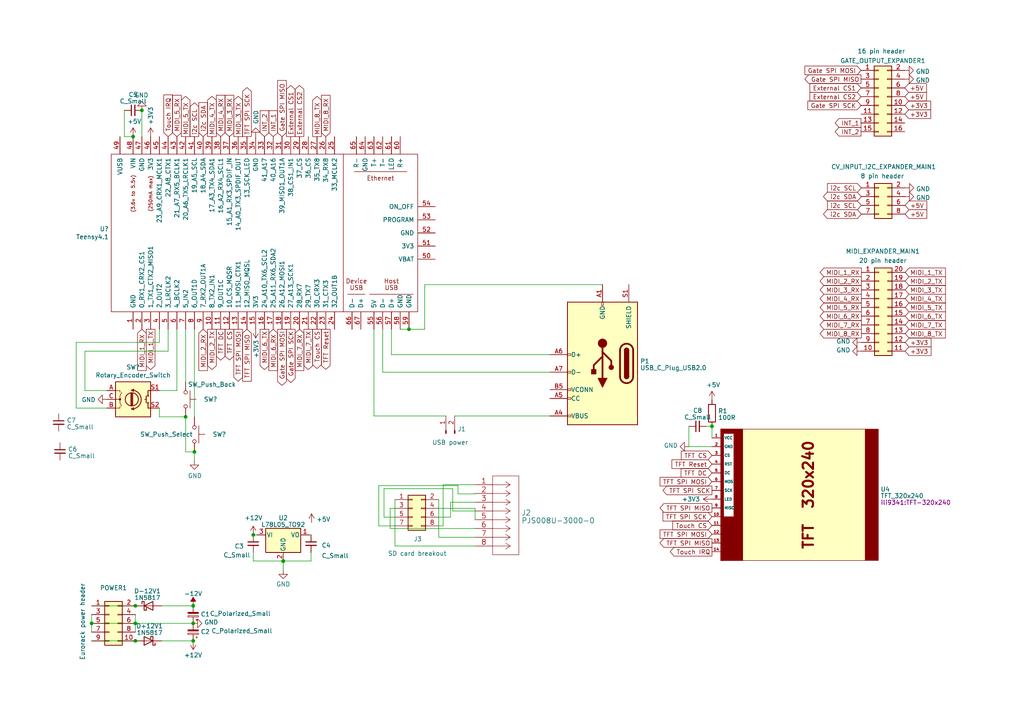
<source format=kicad_sch>
(kicad_sch (version 20230121) (generator eeschema)
  (paper "A4")
  (lib_symbols
    (symbol "2023-04-07_14-22-102:PJS008U-3000-0" (pin_names (offset 0.254) hide)
      (property "Reference" "J" (at 8.89 6.35 0))
      (property "Value" "PJS008U-3000-0" (at 10.16 -10.16 0))
      (symbol "PJS008U-3000-0_1_1"
        (pin bidirectional line (at 0 0 0) (length 5.08) (name "DAT2") (number "1"))
        (pin unspecified line (at 0 -2.54 0) (length 5.08) (name "CD/DAT3") (number "2"))
        (pin unspecified line (at 0 -5.08 0) (length 5.08) (name "CMD") (number "3"))
        (pin power_in line (at 0 -7.62 0) (length 5.08) (name "VDD") (number "4"))
        (pin unspecified line (at 0 -10.16 0) (length 5.08) (name "CLK") (number "5"))
        (pin power_in line (at 0 -12.7 0) (length 5.08) (name "VSS") (number "6"))
        (pin bidirectional line (at 0 -15.24 0) (length 5.08) (name "DAT0") (number "7"))
        (pin bidirectional line (at 0 -17.78 0) (length 5.08) (name "DAT1") (number "8"))
      )
    )
    (symbol "Connector:Conn_01x02_Pin" (pin_names (offset 1.016) hide)
      (property "Reference" "J" (at 0 2.54 0))
      (property "Value" "Conn_01x02_Pin" (at 0 -5.08 0))
      (symbol "Conn_01x02_Pin_1_1"
        (pin passive line (at 5.08 0 180) (length 3.81) (name "Pin_1") (number "1"))
        (pin passive line (at 5.08 -2.54 180) (length 3.81) (name "Pin_2") (number "2"))
      )
    )
    (symbol "Connector:USB_C_Plug_USB2.0" (pin_names (offset 1.016))
      (property "Reference" "P" (at -10.16 19.05 0))
      (property "Value" "USB_C_Plug_USB2.0" (at 12.7 19.05 0))
      (symbol "USB_C_Plug_USB2.0_1_1"
        (pin passive line (at 0 -22.86 90) (length 5.08) (name "GND") (number "A1"))
        (pin passive line (at 0 -22.86 90) (length 5.08) hide (name "GND") (number "A12"))
        (pin passive line (at 15.24 15.24 180) (length 5.08) (name "VBUS") (number "A4"))
        (pin bidirectional line (at 15.24 10.16 180) (length 5.08) (name "CC") (number "A5"))
        (pin bidirectional line (at 15.24 -2.54 180) (length 5.08) (name "D+") (number "A6"))
        (pin bidirectional line (at 15.24 2.54 180) (length 5.08) (name "D-") (number "A7"))
        (pin passive line (at 15.24 15.24 180) (length 5.08) hide (name "VBUS") (number "A9"))
        (pin passive line (at 0 -22.86 90) (length 5.08) hide (name "GND") (number "B1"))
        (pin passive line (at 0 -22.86 90) (length 5.08) hide (name "GND") (number "B12"))
        (pin passive line (at 15.24 15.24 180) (length 5.08) hide (name "VBUS") (number "B4"))
        (pin bidirectional line (at 15.24 7.62 180) (length 5.08) (name "VCONN") (number "B5"))
        (pin passive line (at 15.24 15.24 180) (length 5.08) hide (name "VBUS") (number "B9"))
        (pin passive line (at -7.62 -22.86 90) (length 5.08) (name "SHIELD") (number "S1"))
      )
    )
    (symbol "Connector_Generic:Conn_02x04_Odd_Even" (pin_names (offset 1.016) hide)
      (property "Reference" "J" (at 1.27 5.08 0))
      (property "Value" "Conn_02x04_Odd_Even" (at 1.27 -7.62 0))
      (symbol "Conn_02x04_Odd_Even_1_1"
        (pin passive line (at -5.08 2.54 0) (length 3.81) (name "Pin_1") (number "1"))
        (pin passive line (at 7.62 2.54 180) (length 3.81) (name "Pin_2") (number "2"))
        (pin passive line (at -5.08 0 0) (length 3.81) (name "Pin_3") (number "3"))
        (pin passive line (at 7.62 0 180) (length 3.81) (name "Pin_4") (number "4"))
        (pin passive line (at -5.08 -2.54 0) (length 3.81) (name "Pin_5") (number "5"))
        (pin passive line (at 7.62 -2.54 180) (length 3.81) (name "Pin_6") (number "6"))
        (pin passive line (at -5.08 -5.08 0) (length 3.81) (name "Pin_7") (number "7"))
        (pin passive line (at 7.62 -5.08 180) (length 3.81) (name "Pin_8") (number "8"))
      )
    )
    (symbol "Connector_Generic:Conn_02x05_Odd_Even" (pin_names (offset 1.016) hide)
      (property "Reference" "J" (at 1.27 7.62 0))
      (property "Value" "Conn_02x05_Odd_Even" (at 1.27 -7.62 0))
      (symbol "Conn_02x05_Odd_Even_1_1"
        (pin passive line (at -5.08 5.08 0) (length 3.81) (name "Pin_1") (number "1"))
        (pin passive line (at 7.62 -5.08 180) (length 3.81) (name "Pin_10") (number "10"))
        (pin passive line (at 7.62 5.08 180) (length 3.81) (name "Pin_2") (number "2"))
        (pin passive line (at -5.08 2.54 0) (length 3.81) (name "Pin_3") (number "3"))
        (pin passive line (at 7.62 2.54 180) (length 3.81) (name "Pin_4") (number "4"))
        (pin passive line (at -5.08 0 0) (length 3.81) (name "Pin_5") (number "5"))
        (pin passive line (at 7.62 0 180) (length 3.81) (name "Pin_6") (number "6"))
        (pin passive line (at -5.08 -2.54 0) (length 3.81) (name "Pin_7") (number "7"))
        (pin passive line (at 7.62 -2.54 180) (length 3.81) (name "Pin_8") (number "8"))
        (pin passive line (at -5.08 -5.08 0) (length 3.81) (name "Pin_9") (number "9"))
      )
    )
    (symbol "Connector_Generic:Conn_02x08_Odd_Even" (pin_names (offset 1.016) hide)
      (property "Reference" "J" (at 1.27 10.16 0))
      (property "Value" "Conn_02x08_Odd_Even" (at 1.27 -12.7 0))
      (symbol "Conn_02x08_Odd_Even_1_1"
        (pin passive line (at -5.08 7.62 0) (length 3.81) (name "Pin_1") (number "1"))
        (pin passive line (at 7.62 -2.54 180) (length 3.81) (name "Pin_10") (number "10"))
        (pin passive line (at -5.08 -5.08 0) (length 3.81) (name "Pin_11") (number "11"))
        (pin passive line (at 7.62 -5.08 180) (length 3.81) (name "Pin_12") (number "12"))
        (pin passive line (at -5.08 -7.62 0) (length 3.81) (name "Pin_13") (number "13"))
        (pin passive line (at 7.62 -7.62 180) (length 3.81) (name "Pin_14") (number "14"))
        (pin passive line (at -5.08 -10.16 0) (length 3.81) (name "Pin_15") (number "15"))
        (pin passive line (at 7.62 -10.16 180) (length 3.81) (name "Pin_16") (number "16"))
        (pin passive line (at 7.62 7.62 180) (length 3.81) (name "Pin_2") (number "2"))
        (pin passive line (at -5.08 5.08 0) (length 3.81) (name "Pin_3") (number "3"))
        (pin passive line (at 7.62 5.08 180) (length 3.81) (name "Pin_4") (number "4"))
        (pin passive line (at -5.08 2.54 0) (length 3.81) (name "Pin_5") (number "5"))
        (pin passive line (at 7.62 2.54 180) (length 3.81) (name "Pin_6") (number "6"))
        (pin passive line (at -5.08 0 0) (length 3.81) (name "Pin_7") (number "7"))
        (pin passive line (at 7.62 0 180) (length 3.81) (name "Pin_8") (number "8"))
        (pin passive line (at -5.08 -2.54 0) (length 3.81) (name "Pin_9") (number "9"))
      )
    )
    (symbol "Connector_Generic:Conn_02x10_Counter_Clockwise" (pin_names (offset 1.016) hide)
      (property "Reference" "J" (at 1.27 12.7 0))
      (property "Value" "Conn_02x10_Counter_Clockwise" (at 1.27 -15.24 0))
      (symbol "Conn_02x10_Counter_Clockwise_1_1"
        (pin passive line (at -5.08 10.16 0) (length 3.81) (name "Pin_1") (number "1"))
        (pin passive line (at -5.08 -12.7 0) (length 3.81) (name "Pin_10") (number "10"))
        (pin passive line (at 7.62 -12.7 180) (length 3.81) (name "Pin_11") (number "11"))
        (pin passive line (at 7.62 -10.16 180) (length 3.81) (name "Pin_12") (number "12"))
        (pin passive line (at 7.62 -7.62 180) (length 3.81) (name "Pin_13") (number "13"))
        (pin passive line (at 7.62 -5.08 180) (length 3.81) (name "Pin_14") (number "14"))
        (pin passive line (at 7.62 -2.54 180) (length 3.81) (name "Pin_15") (number "15"))
        (pin passive line (at 7.62 0 180) (length 3.81) (name "Pin_16") (number "16"))
        (pin passive line (at 7.62 2.54 180) (length 3.81) (name "Pin_17") (number "17"))
        (pin passive line (at 7.62 5.08 180) (length 3.81) (name "Pin_18") (number "18"))
        (pin passive line (at 7.62 7.62 180) (length 3.81) (name "Pin_19") (number "19"))
        (pin passive line (at -5.08 7.62 0) (length 3.81) (name "Pin_2") (number "2"))
        (pin passive line (at 7.62 10.16 180) (length 3.81) (name "Pin_20") (number "20"))
        (pin passive line (at -5.08 5.08 0) (length 3.81) (name "Pin_3") (number "3"))
        (pin passive line (at -5.08 2.54 0) (length 3.81) (name "Pin_4") (number "4"))
        (pin passive line (at -5.08 0 0) (length 3.81) (name "Pin_5") (number "5"))
        (pin passive line (at -5.08 -2.54 0) (length 3.81) (name "Pin_6") (number "6"))
        (pin passive line (at -5.08 -5.08 0) (length 3.81) (name "Pin_7") (number "7"))
        (pin passive line (at -5.08 -7.62 0) (length 3.81) (name "Pin_8") (number "8"))
        (pin passive line (at -5.08 -10.16 0) (length 3.81) (name "Pin_9") (number "9"))
      )
    )
    (symbol "Device:C_Polarized_Small" (pin_numbers hide) (pin_names (offset 0.254) hide)
      (property "Reference" "C" (at 0.254 1.778 0))
      (property "Value" "C_Polarized_Small" (at 0.254 -2.032 0))
      (symbol "C_Polarized_Small_1_1"
        (pin passive line (at 0 2.54 270) (length 1.8542) (name "~") (number "1"))
        (pin passive line (at 0 -2.54 90) (length 1.8542) (name "~") (number "2"))
      )
    )
    (symbol "Device:C_Small" (pin_numbers hide) (pin_names (offset 0.254) hide)
      (property "Reference" "C" (at 0.254 1.778 0))
      (property "Value" "C_Small" (at 0.254 -2.032 0))
      (symbol "C_Small_1_1"
        (pin passive line (at 0 2.54 270) (length 2.032) (name "~") (number "1"))
        (pin passive line (at 0 -2.54 90) (length 2.032) (name "~") (number "2"))
      )
    )
    (symbol "Device:R" (pin_numbers hide) (pin_names (offset 0))
      (property "Reference" "R" (at 2.032 0 90))
      (property "Value" "R" (at 0 0 90))
      (symbol "R_1_1"
        (pin passive line (at 0 3.81 270) (length 1.27) (name "~") (number "1"))
        (pin passive line (at 0 -3.81 90) (length 1.27) (name "~") (number "2"))
      )
    )
    (symbol "Diode:1N5817" (pin_numbers hide) (pin_names (offset 1.016) hide)
      (property "Reference" "D" (at 0 2.54 0))
      (property "Value" "1N5817" (at 0 -2.54 0))
      (symbol "1N5817_1_1"
        (pin passive line (at -3.81 0 0) (length 2.54) (name "K") (number "1"))
        (pin passive line (at 3.81 0 180) (length 2.54) (name "A") (number "2"))
      )
    )
    (symbol "Regulator_Linear:L78L05_TO92" (pin_names (offset 0.254))
      (property "Reference" "U" (at -3.81 3.175 0))
      (property "Value" "L78L05_TO92" (at 0 3.175 0))
      (symbol "L78L05_TO92_1_1"
        (pin power_out line (at 7.62 0 180) (length 2.54) (name "VO") (number "1"))
        (pin power_in line (at 0 -7.62 90) (length 2.54) (name "GND") (number "2"))
        (pin power_in line (at -7.62 0 0) (length 2.54) (name "VI") (number "3"))
      )
    )
    (symbol "Switch:SW_Push" (pin_numbers hide) (pin_names (offset 1.016) hide)
      (property "Reference" "SW" (at 1.27 2.54 0))
      (property "Value" "SW_Push" (at 0 -1.524 0))
      (symbol "SW_Push_0_1"
        (pin passive line (at -5.08 0 0) (length 2.54) (name "1") (number "1"))
        (pin passive line (at 5.08 0 180) (length 2.54) (name "2") (number "2"))
      )
    )
    (symbol "power:+12V" (power) (pin_names (offset 0))
      (property "Value" "+12V" (at 0 3.556 0))
      (symbol "+12V_1_1"
        (pin power_in line (at 0 0 90) (length 0) hide (name "+12V") (number "1"))
      )
    )
    (symbol "power:+3V3" (power) (pin_names (offset 0))
      (property "Value" "+3V3" (at 0 3.556 0))
      (symbol "+3V3_1_1"
        (pin power_in line (at 0 0 90) (length 0) hide (name "+3V3") (number "1"))
      )
    )
    (symbol "power:+5V" (power) (pin_names (offset 0))
      (property "Value" "+5V" (at 0 3.556 0))
      (symbol "+5V_1_1"
        (pin power_in line (at 0 0 90) (length 0) hide (name "+5V") (number "1"))
      )
    )
    (symbol "power:-12V" (power) (pin_names (offset 0))
      (property "Value" "-12V" (at 0 3.81 0))
      (symbol "-12V_0_0"
        (pin power_in line (at 0 0 90) (length 0) hide (name "-12V") (number "1"))
      )
    )
    (symbol "power:GND" (power) (pin_names (offset 0))
      (property "Value" "GND" (at 0 -3.81 0))
      (symbol "GND_1_1"
        (pin power_in line (at 0 0 270) (length 0) hide (name "GND") (number "1"))
      )
    )
    (symbol "tft_320x240:TFT_320x240" (pin_names (offset 1.016))
      (property "Reference" "U?" (at 20.32 25.4001 0))
      (property "Value" "TFT_320x240" (at 20.32 22.8601 0))
      (property "Footprint" "z_Devices:TFT-320x240" (at 20.32 20.3201 0))
      (symbol "TFT_320x240_0_0"
        (text "TFT  320x240" (at 0 25.4 0) (effects (font (size 2.9972 2.9972) bold)))
      )
      (symbol "TFT_320x240_1_1"
        (pin power_in line (at -16.51 -2.54 90) (length 2.54) (name "VCC") (number "1"))
        (pin bidirectional line (at 6.35 -2.54 90) (length 2.54) (name "~") (number "10"))
        (pin bidirectional line (at 8.89 -2.54 90) (length 2.54) (name "~") (number "11"))
        (pin bidirectional line (at 11.43 -2.54 90) (length 2.54) (name "~") (number "12"))
        (pin bidirectional line (at 13.97 -2.54 90) (length 2.54) (name "~") (number "13"))
        (pin bidirectional line (at 16.51 -2.54 90) (length 2.54) (name "~") (number "14"))
        (pin bidirectional line (at -13.97 -2.54 90) (length 2.54) (name "GND") (number "2"))
        (pin bidirectional line (at -11.43 -2.54 90) (length 2.54) (name "CS") (number "3"))
        (pin bidirectional line (at -8.89 -2.54 90) (length 2.54) (name "RST") (number "4"))
        (pin bidirectional line (at -6.35 -2.54 90) (length 2.54) (name "DC") (number "5"))
        (pin bidirectional line (at -3.81 -2.54 90) (length 2.54) (name "MOSI") (number "6"))
        (pin bidirectional line (at -1.27 -2.54 90) (length 2.54) (name "SCK") (number "7"))
        (pin power_in line (at 1.27 -2.54 90) (length 2.54) (name "LED") (number "8"))
        (pin bidirectional line (at 3.81 -2.54 90) (length 2.54) (name "MISO") (number "9"))
      )
    )
    (symbol "usb_midi_clocker circuits-rescue:Rotary_Encoder_Switch-Device" (pin_names (offset 0.254) hide)
      (property "Reference" "SW" (at 0 6.604 0))
      (property "Value" "Device_Rotary_Encoder_Switch" (at 0 -6.604 0))
      (symbol "Rotary_Encoder_Switch-Device_1_1"
        (pin passive line (at -7.62 2.54 0) (length 2.54) (name "A") (number "A"))
        (pin passive line (at -7.62 -2.54 0) (length 2.54) (name "B") (number "B"))
        (pin passive line (at -7.62 0 0) (length 2.54) (name "C") (number "C"))
        (pin passive line (at 7.62 2.54 180) (length 2.54) (name "S1") (number "S1"))
        (pin passive line (at 7.62 -2.54 180) (length 2.54) (name "S2") (number "S2"))
      )
    )
    (symbol "usb_midi_clocker circuits-rescue:Teensy4.1-teensy" (pin_names (offset 1.016))
      (property "Reference" "U" (at 0 64.77 0))
      (property "Value" "teensy_Teensy4.1" (at 0 62.23 0))
      (symbol "Teensy4.1-teensy_0_0"
        (text "(250mA max)" (at 11.43 49.53 0) (effects (font (size 1.016 1.016))))
        (text "(3.6v to 5.5v)" (at 11.43 54.61 0) (effects (font (size 1.016 1.016))))
        (text "Device" (at -13.97 -10.16 900) (effects (font (size 1.27 1.27))))
        (text "Ethernet" (at 15.875 -17.145 900) (effects (font (size 1.27 1.27))))
        (text "Host" (at -13.97 -20.32 900) (effects (font (size 1.27 1.27))))
        (text "USB" (at -15.875 -20.32 900) (effects (font (size 1.27 1.27))))
        (text "USB" (at -15.875 -10.16 900) (effects (font (size 1.27 1.27))))
        (pin bidirectional line (at -27.94 31.75 0) (length 5.08) (name "8_TX2_IN1") (number "10"))
        (pin bidirectional line (at -27.94 29.21 0) (length 5.08) (name "9_OUT1C") (number "11"))
        (pin bidirectional line (at -27.94 26.67 0) (length 5.08) (name "10_CS_MQSR") (number "12"))
        (pin bidirectional line (at -27.94 24.13 0) (length 5.08) (name "11_MOSI_CTX1") (number "13"))
        (pin bidirectional line (at -27.94 21.59 0) (length 5.08) (name "12_MISO_MQSL") (number "14"))
        (pin power_in line (at -27.94 19.05 0) (length 5.08) (name "3V3") (number "15"))
        (pin bidirectional line (at -27.94 16.51 0) (length 5.08) (name "24_A10_TX6_SCL2") (number "16"))
        (pin bidirectional line (at -27.94 13.97 0) (length 5.08) (name "25_A11_RX6_SDA2") (number "17"))
        (pin bidirectional line (at -27.94 11.43 0) (length 5.08) (name "26_A12_MOSI1") (number "18"))
        (pin bidirectional line (at -27.94 8.89 0) (length 5.08) (name "27_A13_SCK1") (number "19"))
        (pin bidirectional line (at -27.94 6.35 0) (length 5.08) (name "28_RX7") (number "20"))
        (pin bidirectional line (at -27.94 3.81 0) (length 5.08) (name "29_TX7") (number "21"))
        (pin bidirectional line (at -27.94 1.27 0) (length 5.08) (name "30_CRX3") (number "22"))
        (pin bidirectional line (at -27.94 -1.27 0) (length 5.08) (name "31_CTX3") (number "23"))
        (pin bidirectional line (at -27.94 -3.81 0) (length 5.08) (name "32_OUT1B") (number "24"))
        (pin bidirectional line (at 27.94 -3.81 180) (length 5.08) (name "33_MCLK2") (number "25"))
        (pin bidirectional line (at 27.94 -1.27 180) (length 5.08) (name "34_RX8") (number "26"))
        (pin bidirectional line (at 27.94 1.27 180) (length 5.08) (name "35_TX8") (number "27"))
        (pin bidirectional line (at 27.94 3.81 180) (length 5.08) (name "36_CS") (number "28"))
        (pin bidirectional line (at 27.94 6.35 180) (length 5.08) (name "37_CS") (number "29"))
        (pin bidirectional line (at 27.94 8.89 180) (length 5.08) (name "38_CS1_IN1") (number "30"))
        (pin bidirectional line (at 27.94 11.43 180) (length 5.08) (name "39_MISO1_OUT1A") (number "31"))
        (pin bidirectional line (at 27.94 13.97 180) (length 5.08) (name "40_A16") (number "32"))
        (pin bidirectional line (at 27.94 16.51 180) (length 5.08) (name "41_A17") (number "33"))
        (pin bidirectional line (at 27.94 21.59 180) (length 5.08) (name "13_SCK_LED") (number "35"))
        (pin bidirectional line (at 27.94 24.13 180) (length 5.08) (name "14_A0_TX3_SPDIF_OUT") (number "36"))
        (pin bidirectional line (at 27.94 26.67 180) (length 5.08) (name "15_A1_RX3_SPDIF_IN") (number "37"))
        (pin bidirectional line (at 27.94 29.21 180) (length 5.08) (name "16_A2_RX4_SCL1") (number "38"))
        (pin bidirectional line (at 27.94 31.75 180) (length 5.08) (name "17_A3_TX4_SDA1") (number "39"))
        (pin bidirectional line (at 27.94 34.29 180) (length 5.08) (name "18_A4_SDA") (number "40"))
        (pin bidirectional line (at 27.94 36.83 180) (length 5.08) (name "19_A5_SCL") (number "41"))
        (pin bidirectional line (at 27.94 39.37 180) (length 5.08) (name "20_A6_TX5_LRCLK1") (number "42"))
        (pin bidirectional line (at 27.94 41.91 180) (length 5.08) (name "21_A7_RX5_BCLK1") (number "43"))
        (pin bidirectional line (at 27.94 44.45 180) (length 5.08) (name "22_A8_CTX1") (number "44"))
        (pin bidirectional line (at 27.94 46.99 180) (length 5.08) (name "23_A9_CRX1_MCLK1") (number "45"))
        (pin output line (at 27.94 49.53 180) (length 5.08) (name "3V3") (number "46"))
        (pin output line (at 27.94 52.07 180) (length 5.08) (name "GND") (number "47"))
        (pin power_in line (at 27.94 54.61 180) (length 5.08) (name "VIN") (number "48"))
        (pin power_out line (at 27.94 58.42 180) (length 5.08) (name "VUSB") (number "49"))
        (pin bidirectional line (at -27.94 44.45 0) (length 5.08) (name "3_LRCLK2") (number "5"))
        (pin power_in line (at -7.62 -33.02 90) (length 5.08) (name "VBAT") (number "50"))
        (pin power_in line (at -3.81 -33.02 90) (length 5.08) (name "3V3") (number "51"))
        (pin input line (at 0 -33.02 90) (length 5.08) (name "GND") (number "52"))
        (pin input line (at 3.81 -33.02 90) (length 5.08) (name "PROGRAM") (number "53"))
        (pin input line (at 7.62 -33.02 90) (length 5.08) (name "ON_OFF") (number "54"))
        (pin power_out line (at -27.94 -15.24 0) (length 5.08) (name "5V") (number "55"))
        (pin bidirectional line (at -27.94 -17.78 0) (length 5.08) (name "D-") (number "56"))
        (pin bidirectional line (at -27.94 -20.32 0) (length 5.08) (name "D+") (number "57"))
        (pin power_in line (at -27.94 -22.86 0) (length 5.08) (name "GND") (number "58"))
        (pin power_in line (at -27.94 -25.4 0) (length 5.08) (name "GND") (number "59"))
        (pin bidirectional line (at -27.94 41.91 0) (length 5.08) (name "4_BCLK2") (number "6"))
        (pin bidirectional line (at 27.94 -22.86 180) (length 5.08) (name "R+") (number "60"))
        (pin bidirectional line (at 27.94 -20.32 180) (length 5.08) (name "LED") (number "61"))
        (pin bidirectional line (at 27.94 -17.78 180) (length 5.08) (name "T-") (number "62"))
        (pin bidirectional line (at 27.94 -15.24 180) (length 5.08) (name "T+") (number "63"))
        (pin power_in line (at 27.94 -12.7 180) (length 5.08) (name "GND") (number "64"))
        (pin bidirectional line (at 27.94 -10.16 180) (length 5.08) (name "R-") (number "65"))
        (pin bidirectional line (at -27.94 -8.89 0) (length 5.08) (name "D-") (number "66"))
        (pin bidirectional line (at -27.94 -11.43 0) (length 5.08) (name "D+") (number "67"))
        (pin bidirectional line (at -27.94 39.37 0) (length 5.08) (name "5_IN2") (number "7"))
        (pin bidirectional line (at -27.94 36.83 0) (length 5.08) (name "6_OUT1D") (number "8"))
        (pin bidirectional line (at -27.94 34.29 0) (length 5.08) (name "7_RX2_OUT1A") (number "9"))
      )
      (symbol "Teensy4.1-teensy_1_1"
        (pin power_in line (at -27.94 54.61 0) (length 5.08) (name "GND") (number "1"))
        (pin bidirectional line (at -27.94 52.07 0) (length 5.08) (name "0_RX1_CRX2_CS1") (number "2"))
        (pin bidirectional line (at -27.94 49.53 0) (length 5.08) (name "1_TX1_CTX2_MISO1") (number "3"))
        (pin power_in line (at 27.94 19.05 180) (length 5.08) (name "GND") (number "34"))
        (pin bidirectional line (at -27.94 46.99 0) (length 5.08) (name "2_OUT2") (number "4"))
      )
    )
  )
  (junction (at 73.4568 155.1432))
  (junction (at 56.0324 175.7172))
  (junction (at 39.2684 175.7172))
  (junction (at 118.618 95.504))
  (junction (at 206.502 123.6472))
  (junction (at 56.0324 185.8772))
  (junction (at 39.2684 180.7972))
  (junction (at 41.148 32.004))
  (junction (at 56.0324 180.7972))
  (junction (at 82.1436 162.7124))
  (junction (at 39.2684 185.8772))
  (junction (at 26.5684 180.7972))
  (junction (at 38.608 39.624))
  (junction (at 53.848 120.904))
  (junction (at 56.388 131.064))
  (junction (at 82.1436 162.7632))
  (wire (pts (xy 132.842 140.843) (xy 132.842 143.256)))
  (wire (pts (xy 108.458 120.65) (xy 108.458 95.504)))
  (wire (pts (xy 56.388 95.504) (xy 56.388 120.904)))
  (wire (pts (xy 26.5684 185.8772) (xy 39.2684 185.8772)))
  (wire (pts (xy 73.4568 155.1432) (xy 74.5236 155.1432)))
  (wire (pts (xy 137.795 147.447) (xy 137.795 150.749)))
  (wire (pts (xy 114.554 149.987) (xy 111.379 149.987)))
  (wire (pts (xy 46.8884 185.8772) (xy 56.0324 185.8772)))
  (wire (pts (xy 46.228 95.504) (xy 46.228 99.314)))
  (wire (pts (xy 56.388 131.064) (xy 56.388 133.604)))
  (wire (pts (xy 51.308 113.284) (xy 46.228 113.284)))
  (wire (pts (xy 159.512 102.87) (xy 113.538 102.87)))
  (wire (pts (xy 24.638 101.854) (xy 24.638 113.284)))
  (wire (pts (xy 39.2684 178.2572) (xy 39.2684 180.7972)))
  (wire (pts (xy 113.538 102.87) (xy 113.538 95.504)))
  (wire (pts (xy 73.4568 162.7124) (xy 82.1436 162.7124)))
  (wire (pts (xy 26.5684 180.7972) (xy 26.5684 183.3372)))
  (wire (pts (xy 51.308 95.504) (xy 51.308 113.284)))
  (wire (pts (xy 114.554 158.369) (xy 137.795 158.369)))
  (wire (pts (xy 199.7964 129.54) (xy 206.502 129.54)))
  (wire (pts (xy 24.638 113.284) (xy 30.988 113.284)))
  (wire (pts (xy 129.3368 120.65) (xy 108.458 120.65)))
  (wire (pts (xy 82.1436 162.7632) (xy 82.1436 165.3032)))
  (wire (pts (xy 118.618 95.504) (xy 116.078 95.504)))
  (wire (pts (xy 48.768 95.504) (xy 48.768 101.854)))
  (wire (pts (xy 41.148 32.004) (xy 41.148 39.624)))
  (wire (pts (xy 36.068 32.004) (xy 36.068 39.624)))
  (wire (pts (xy 127.254 147.447) (xy 137.795 147.447)))
  (wire (pts (xy 204.8764 123.6472) (xy 206.502 123.6472)))
  (wire (pts (xy 82.1436 162.7124) (xy 82.1436 162.7632)))
  (wire (pts (xy 22.098 118.364) (xy 30.988 118.364)))
  (wire (pts (xy 53.848 120.904) (xy 53.848 131.064)))
  (wire (pts (xy 114.554 152.527) (xy 109.855 152.527)))
  (wire (pts (xy 123.19 82.55) (xy 123.19 95.504)))
  (wire (pts (xy 132.842 143.256) (xy 137.795 143.256)))
  (wire (pts (xy 174.752 82.55) (xy 123.19 82.55)))
  (wire (pts (xy 39.2684 180.7972) (xy 56.0324 180.7972)))
  (wire (pts (xy 111.379 149.987) (xy 111.379 141.732)))
  (wire (pts (xy 46.228 118.364) (xy 46.228 120.904)))
  (wire (pts (xy 53.848 95.504) (xy 53.848 110.744)))
  (wire (pts (xy 131.318 148.209) (xy 137.795 148.209)))
  (wire (pts (xy 46.8884 175.7172) (xy 56.0324 175.7172)))
  (wire (pts (xy 36.068 39.624) (xy 38.608 39.624)))
  (wire (pts (xy 128.524 152.527) (xy 128.524 140.589)))
  (wire (pts (xy 109.855 152.527) (xy 109.855 140.843)))
  (wire (pts (xy 48.768 101.854) (xy 24.638 101.854)))
  (wire (pts (xy 131.8768 120.65) (xy 159.512 120.65)))
  (wire (pts (xy 131.318 141.732) (xy 131.318 148.209)))
  (wire (pts (xy 22.098 99.314) (xy 22.098 118.364)))
  (wire (pts (xy 130.683 149.987) (xy 130.683 145.669)))
  (wire (pts (xy 26.5684 175.7172) (xy 39.2684 175.7172)))
  (wire (pts (xy 111.379 141.732) (xy 131.318 141.732)))
  (wire (pts (xy 127.254 152.527) (xy 128.524 152.527)))
  (wire (pts (xy 73.4568 160.2232) (xy 73.4568 162.7124)))
  (wire (pts (xy 127.254 149.987) (xy 130.683 149.987)))
  (wire (pts (xy 127.254 155.829) (xy 137.795 155.829)))
  (wire (pts (xy 90.2208 160.2232) (xy 90.2208 162.7124)))
  (wire (pts (xy 206.502 123.6472) (xy 206.502 127)))
  (wire (pts (xy 113.157 147.447) (xy 113.157 153.289)))
  (wire (pts (xy 39.2684 180.7972) (xy 39.2684 183.3372)))
  (wire (pts (xy 130.683 145.669) (xy 137.795 145.669)))
  (wire (pts (xy 26.5684 178.2572) (xy 26.5684 180.7972)))
  (wire (pts (xy 110.998 107.95) (xy 159.512 107.95)))
  (wire (pts (xy 110.998 95.504) (xy 110.998 107.95)))
  (wire (pts (xy 137.795 143.256) (xy 137.795 143.129)))
  (wire (pts (xy 127.254 144.907) (xy 127.254 155.829)))
  (wire (pts (xy 114.554 144.907) (xy 114.554 158.369)))
  (wire (pts (xy 46.228 120.904) (xy 53.848 120.904)))
  (wire (pts (xy 128.524 140.589) (xy 137.795 140.589)))
  (wire (pts (xy 53.848 131.064) (xy 56.388 131.064)))
  (wire (pts (xy 90.2208 162.7124) (xy 82.1436 162.7124)))
  (wire (pts (xy 109.855 140.843) (xy 132.842 140.843)))
  (wire (pts (xy 113.157 153.289) (xy 137.795 153.289)))
  (wire (pts (xy 114.554 147.447) (xy 113.157 147.447)))
  (wire (pts (xy 26.5684 180.7972) (xy 39.2684 180.7972)))
  (wire (pts (xy 123.19 95.504) (xy 118.618 95.504)))
  (wire (pts (xy 46.228 99.314) (xy 22.098 99.314)))
  (wire (pts (xy 199.7964 123.6472) (xy 199.7964 129.54)))
  (wire (pts (xy 89.7636 155.1432) (xy 90.2208 155.1432)))
  (global_label "Gate SPI MOSI" (shape input) (at 249.7328 20.4216 180) (property "Intersheetrefs" "${INTERSHEET_REFS}" (effects hide)))
  (global_label "i2c SCL" (shape output) (at 56.388 39.624 90) (property "Intersheetrefs" "${INTERSHEET_REFS}" (effects hide)))
  (global_label "Touch IRQ" (shape input) (at 48.768 39.624 90) (property "Intersheetrefs" "${INTERSHEET_REFS}" (effects hide)))
  (global_label "MIDI_5_RX" (shape output) (at 249.8344 89.154 180) (property "Intersheetrefs" "${INTERSHEET_REFS}" (effects hide)))
  (global_label "+5V" (shape input) (at 262.509 59.563 0) (property "Intersheetrefs" "${INTERSHEET_REFS}" (effects hide)))
  (global_label "+3V3" (shape input) (at 262.5344 101.854 0) (property "Intersheetrefs" "${INTERSHEET_REFS}" (effects hide)))
  (global_label "MIDI_4_TX" (shape input) (at 262.5344 86.614 0) (property "Intersheetrefs" "${INTERSHEET_REFS}" (effects hide)))
  (global_label "Gate SPI SCK" (shape input) (at 249.7328 30.5816 180) (property "Intersheetrefs" "${INTERSHEET_REFS}" (effects hide)))
  (global_label "MIDI_3_RX" (shape output) (at 249.8344 84.074 180) (property "Intersheetrefs" "${INTERSHEET_REFS}" (effects hide)))
  (global_label "MIDI_3_TX" (shape input) (at 262.5344 84.074 0) (property "Intersheetrefs" "${INTERSHEET_REFS}" (effects hide)))
  (global_label "Gate SPI MISO" (shape input) (at 81.788 39.624 90) (property "Intersheetrefs" "${INTERSHEET_REFS}" (effects hide)))
  (global_label "MIDI_5_TX" (shape input) (at 262.5344 89.154 0) (property "Intersheetrefs" "${INTERSHEET_REFS}" (effects hide)))
  (global_label "MIDI_7_RX" (shape input) (at 86.868 95.504 270) (property "Intersheetrefs" "${INTERSHEET_REFS}" (effects hide)))
  (global_label "MIDI_8_TX" (shape output) (at 91.948 39.624 90) (property "Intersheetrefs" "${INTERSHEET_REFS}" (effects hide)))
  (global_label "MIDI_8_RX" (shape input) (at 94.488 39.624 90) (property "Intersheetrefs" "${INTERSHEET_REFS}" (effects hide)))
  (global_label "MIDI_2_TX" (shape input) (at 262.5344 81.534 0) (property "Intersheetrefs" "${INTERSHEET_REFS}" (effects hide)))
  (global_label "INT_1" (shape output) (at 249.7328 35.6616 180) (property "Intersheetrefs" "${INTERSHEET_REFS}" (effects hide)))
  (global_label "MIDI_8_RX" (shape output) (at 249.8344 96.774 180) (property "Intersheetrefs" "${INTERSHEET_REFS}" (effects hide)))
  (global_label "MIDI_7_TX" (shape input) (at 262.5344 94.234 0) (property "Intersheetrefs" "${INTERSHEET_REFS}" (effects hide)))
  (global_label "TFT SPI SCK" (shape input) (at 206.502 149.86 180) (property "Intersheetrefs" "${INTERSHEET_REFS}" (effects hide)))
  (global_label "i2c SCL" (shape input) (at 249.809 54.483 180) (property "Intersheetrefs" "${INTERSHEET_REFS}" (effects hide)))
  (global_label "MIDI_1_TX" (shape output) (at 43.688 95.504 270) (property "Intersheetrefs" "${INTERSHEET_REFS}" (effects hide)))
  (global_label "MIDI_8_TX" (shape input) (at 262.5344 96.774 0) (property "Intersheetrefs" "${INTERSHEET_REFS}" (effects hide)))
  (global_label "i2c SDA" (shape input) (at 58.928 39.624 90) (property "Intersheetrefs" "${INTERSHEET_REFS}" (effects hide)))
  (global_label "MIDI_3_TX" (shape output) (at 69.088 39.624 90) (property "Intersheetrefs" "${INTERSHEET_REFS}" (effects hide)))
  (global_label "i2c SDA" (shape bidirectional) (at 249.809 57.023 180) (property "Intersheetrefs" "${INTERSHEET_REFS}" (effects hide)))
  (global_label "MIDI_6_RX" (shape input) (at 79.248 95.504 270) (property "Intersheetrefs" "${INTERSHEET_REFS}" (effects hide)))
  (global_label "TFT SPI MOSI" (shape output) (at 69.088 95.504 270) (property "Intersheetrefs" "${INTERSHEET_REFS}" (effects hide)))
  (global_label "+3V3" (shape input) (at 262.4328 30.5816 0) (property "Intersheetrefs" "${INTERSHEET_REFS}" (effects hide)))
  (global_label "TFT Reset" (shape output) (at 94.488 95.504 270) (property "Intersheetrefs" "${INTERSHEET_REFS}" (effects hide)))
  (global_label "External CS1" (shape output) (at 84.328 39.624 90) (property "Intersheetrefs" "${INTERSHEET_REFS}" (effects hide)))
  (global_label "TFT CS" (shape output) (at 66.548 95.504 270) (property "Intersheetrefs" "${INTERSHEET_REFS}" (effects hide)))
  (global_label "MIDI_4_TX" (shape output) (at 61.468 39.624 90) (property "Intersheetrefs" "${INTERSHEET_REFS}" (effects hide)))
  (global_label "TFT Reset" (shape input) (at 206.502 134.62 180) (property "Intersheetrefs" "${INTERSHEET_REFS}" (effects hide)))
  (global_label "MIDI_3_RX" (shape input) (at 66.548 39.624 90) (property "Intersheetrefs" "${INTERSHEET_REFS}" (effects hide)))
  (global_label "Touch IRQ" (shape output) (at 206.502 160.02 180) (property "Intersheetrefs" "${INTERSHEET_REFS}" (effects hide)))
  (global_label "Touch CS" (shape input) (at 206.502 152.4 180) (property "Intersheetrefs" "${INTERSHEET_REFS}" (effects hide)))
  (global_label "MIDI_7_TX" (shape output) (at 89.408 95.504 270) (property "Intersheetrefs" "${INTERSHEET_REFS}" (effects hide)))
  (global_label "TFT SPI SCK" (shape output) (at 206.502 142.24 180) (property "Intersheetrefs" "${INTERSHEET_REFS}" (effects hide)))
  (global_label "MIDI_5_RX" (shape input) (at 51.308 39.624 90) (property "Intersheetrefs" "${INTERSHEET_REFS}" (effects hide)))
  (global_label "+3V3" (shape input) (at 262.4328 33.1216 0) (property "Intersheetrefs" "${INTERSHEET_REFS}" (effects hide)))
  (global_label "TFT SPI MISO" (shape output) (at 206.502 147.32 180) (property "Intersheetrefs" "${INTERSHEET_REFS}" (effects hide)))
  (global_label "Gate SPI MISO" (shape output) (at 249.7328 22.9616 180) (property "Intersheetrefs" "${INTERSHEET_REFS}" (effects hide)))
  (global_label "External CS2" (shape output) (at 86.868 39.624 90) (property "Intersheetrefs" "${INTERSHEET_REFS}" (effects hide)))
  (global_label "MIDI_1_RX" (shape output) (at 249.8344 78.994 180) (property "Intersheetrefs" "${INTERSHEET_REFS}" (effects hide)))
  (global_label "TFT DC" (shape input) (at 206.502 137.16 180) (property "Intersheetrefs" "${INTERSHEET_REFS}" (effects hide)))
  (global_label "+5V" (shape input) (at 262.4328 28.0416 0) (property "Intersheetrefs" "${INTERSHEET_REFS}" (effects hide)))
  (global_label "MIDI_6_TX" (shape input) (at 262.5344 91.694 0) (property "Intersheetrefs" "${INTERSHEET_REFS}" (effects hide)))
  (global_label "External CS2" (shape input) (at 249.7328 28.0416 180) (property "Intersheetrefs" "${INTERSHEET_REFS}" (effects hide)))
  (global_label "TFT SPI SCK" (shape output) (at 71.628 39.624 90) (property "Intersheetrefs" "${INTERSHEET_REFS}" (effects hide)))
  (global_label "TFT SPI MOSI" (shape input) (at 206.502 139.7 180) (property "Intersheetrefs" "${INTERSHEET_REFS}" (effects hide)))
  (global_label "Touch CS" (shape output) (at 91.948 95.504 270) (property "Intersheetrefs" "${INTERSHEET_REFS}" (effects hide)))
  (global_label "TFT SPI MISO" (shape input) (at 71.628 95.504 270) (property "Intersheetrefs" "${INTERSHEET_REFS}" (effects hide)))
  (global_label "MIDI_2_TX" (shape output) (at 61.468 95.504 270) (property "Intersheetrefs" "${INTERSHEET_REFS}" (effects hide)))
  (global_label "MIDI_1_RX" (shape input) (at 41.148 95.504 270) (property "Intersheetrefs" "${INTERSHEET_REFS}" (effects hide)))
  (global_label "INT_2" (shape output) (at 249.7328 38.2016 180) (property "Intersheetrefs" "${INTERSHEET_REFS}" (effects hide)))
  (global_label "MIDI_1_TX" (shape input) (at 262.5344 78.994 0) (property "Intersheetrefs" "${INTERSHEET_REFS}" (effects hide)))
  (global_label "TFT DC" (shape output) (at 64.008 95.504 270) (property "Intersheetrefs" "${INTERSHEET_REFS}" (effects hide)))
  (global_label "INT_1" (shape input) (at 79.248 39.624 90) (property "Intersheetrefs" "${INTERSHEET_REFS}" (effects hide)))
  (global_label "MIDI_7_RX" (shape output) (at 249.8344 94.234 180) (property "Intersheetrefs" "${INTERSHEET_REFS}" (effects hide)))
  (global_label "TFT SPI MISO" (shape output) (at 206.502 157.48 180) (property "Intersheetrefs" "${INTERSHEET_REFS}" (effects hide)))
  (global_label "External CS1" (shape input) (at 249.7328 25.5016 180) (property "Intersheetrefs" "${INTERSHEET_REFS}" (effects hide)))
  (global_label "TFT SPI MOSI" (shape input) (at 206.502 154.94 180) (property "Intersheetrefs" "${INTERSHEET_REFS}" (effects hide)))
  (global_label "MIDI_2_RX" (shape input) (at 58.928 95.504 270) (property "Intersheetrefs" "${INTERSHEET_REFS}" (effects hide)))
  (global_label "MIDI_2_RX" (shape output) (at 249.8344 81.534 180) (property "Intersheetrefs" "${INTERSHEET_REFS}" (effects hide)))
  (global_label "+5V" (shape input) (at 262.509 62.103 0) (property "Intersheetrefs" "${INTERSHEET_REFS}" (effects hide)))
  (global_label "+5V" (shape input) (at 262.4328 25.5016 0) (property "Intersheetrefs" "${INTERSHEET_REFS}" (effects hide)))
  (global_label "+3V3" (shape input) (at 262.5344 99.314 0) (property "Intersheetrefs" "${INTERSHEET_REFS}" (effects hide)))
  (global_label "INT_2" (shape input) (at 76.708 39.624 90) (property "Intersheetrefs" "${INTERSHEET_REFS}" (effects hide)))
  (global_label "TFT CS" (shape input) (at 206.502 132.08 180) (property "Intersheetrefs" "${INTERSHEET_REFS}" (effects hide)))
  (global_label "MIDI_4_RX" (shape input) (at 64.008 39.624 90) (property "Intersheetrefs" "${INTERSHEET_REFS}" (effects hide)))
  (global_label "MIDI_6_RX" (shape output) (at 249.8344 91.694 180) (property "Intersheetrefs" "${INTERSHEET_REFS}" (effects hide)))
  (global_label "i2c SCL" (shape input) (at 249.809 59.563 180) (property "Intersheetrefs" "${INTERSHEET_REFS}" (effects hide)))
  (global_label "Gate SPI MOSI" (shape output) (at 81.788 95.504 270) (property "Intersheetrefs" "${INTERSHEET_REFS}" (effects hide)))
  (global_label "Gate SPI SCK" (shape output) (at 84.328 95.504 270) (property "Intersheetrefs" "${INTERSHEET_REFS}" (effects hide)))
  (global_label "MIDI_5_TX" (shape output) (at 53.848 39.624 90) (property "Intersheetrefs" "${INTERSHEET_REFS}" (effects hide)))
  (global_label "i2c SDA" (shape bidirectional) (at 249.809 62.103 180) (property "Intersheetrefs" "${INTERSHEET_REFS}" (effects hide)))
  (global_label "MIDI_4_RX" (shape output) (at 249.8344 86.614 180) (property "Intersheetrefs" "${INTERSHEET_REFS}" (effects hide)))
  (global_label "MIDI_6_TX" (shape output) (at 76.708 95.504 270) (property "Intersheetrefs" "${INTERSHEET_REFS}" (effects hide)))
  (symbol (lib_id "power:GND") (at 74.168 39.624 180) (unit 1)
    (property "Reference" "#PWR?" (effects hide))
    (property "Value" "GND" (at 74.2696 36.0172 90) (effects (justify right)))
    (instances (project "usb_midi_clocker circuits" (path "" (reference "#PWR?") (unit 1)) (path "" (reference "#PWR011") (unit 1))))
  )
  (symbol (lib_id "power:GND") (at 262.509 57.023 90) (unit 1)
    (property "Reference" "#PWR032" (effects hide))
    (property "Value" "GND" (at 265.684 57.3398 90) (effects (justify right)))
  )
  (symbol (lib_id "Switch:SW_Push") (at 53.848 115.824 270) (unit 1)
    (property "Reference" "SW?" (at 61.087 115.824 90))
    (property "Value" "SW_Push_Back" (at 61.468 111.506 90))
    (property "Footprint" "Button_Switch_THT:SW_PUSH_6mm_H13mm" (effects hide))
    (instances (project "usb_midi_clocker circuits" (path "" (reference "SW?") (unit 1)) (path "" (reference "SW2") (unit 1))))
  )
  (symbol (lib_id "power:GND") (at 41.148 32.004 180) (unit 1)
    (property "Reference" "#PWR?" (effects hide))
    (property "Value" "GND" (at 41.021 27.6098 0))
    (instances (project "usb_midi_clocker circuits" (path "" (reference "#PWR?") (unit 1)) (path "" (reference "#PWR03") (unit 1))))
  )
  (symbol (lib_id "Connector_Generic:Conn_02x04_Odd_Even") (at 119.634 147.447 0) (unit 1)
    (property "Reference" "J3" (at 121.158 156.337 0))
    (property "Value" "SD card breakout" (at 121.031 160.528 0))
    (property "Footprint" "Connector_PinHeader_2.54mm:PinHeader_2x04_P2.54mm_Vertical" (effects hide))
  )
  (symbol (lib_id "Diode:1N5817") (at 43.0784 185.8772 180) (unit 1)
    (property "Reference" "D+12V1" (at 43.3959 181.5973 0))
    (property "Value" "1N5817" (at 43.3959 183.5183 0))
    (property "Footprint" "Diode_THT:D_DO-41_SOD81_P10.16mm_Horizontal" (effects hide))
    (property "Datasheet" "http://www.vishay.com/docs/88525/1n5817.pdf" (effects hide))
  )
  (symbol (lib_id "Connector:Conn_01x02_Pin") (at 129.3368 125.73 90) (unit 1)
    (property "Reference" "J1" (at 132.715 124.4513 90) (effects (justify right)))
    (property "Value" "USB power" (at 125.3236 128.3208 90) (effects (justify right)))
    (property "Footprint" "Connector_PinHeader_2.54mm:PinHeader_1x02_P2.54mm_Vertical" (effects hide))
  )
  (symbol (lib_id "power:+3V3") (at 206.502 144.78 90) (unit 1)
    (property "Reference" "#PWR?" (effects hide))
    (property "Value" "+3V3" (at 200.406 144.78 90))
    (instances (project "usb_midi_clocker circuits" (path "" (reference "#PWR?") (unit 1)) (path "" (reference "#PWR030") (unit 1))))
  )
  (symbol (lib_id "power:GND") (at 262.509 54.483 90) (unit 1)
    (property "Reference" "#PWR031" (effects hide))
    (property "Value" "GND" (at 265.684 54.7998 90) (effects (justify right)))
  )
  (symbol (lib_id "power:GND") (at 249.8344 99.314 270) (unit 1)
    (property "Reference" "#PWR010" (effects hide))
    (property "Value" "GND" (at 246.6594 98.9972 90) (effects (justify right)))
  )
  (symbol (lib_id "Regulator_Linear:L78L05_TO92") (at 82.1436 155.1432 0) (unit 1)
    (property "Reference" "U2" (at 82.1436 150.2283 0))
    (property "Value" "L78L05_TO92" (at 82.1436 152.1493 0))
    (property "Footprint" "Package_TO_SOT_THT:TO-92_Inline" (effects hide))
    (property "Datasheet" "http://www.st.com/content/ccc/resource/technical/document/datasheet/15/55/e5/aa/23/5b/43/fd/CD00000446.pdf/files/CD00000446.pdf/jcr:content/translations/en.CD00000446.pdf" (effects hide))
  )
  (symbol (lib_id "Connector_Generic:Conn_02x05_Odd_Even") (at 31.6484 180.7972 0) (unit 1)
    (property "Reference" "POWER1" (at 32.9184 170.5102 0))
    (property "Value" "Eurorack power header" (at 23.9268 180.2892 90))
    (property "Footprint" "Connector_IDC:IDC-Header_2x05_P2.54mm_Vertical" (effects hide))
  )
  (symbol (lib_id "power:GND") (at 262.4328 20.4216 90) (unit 1)
    (property "Reference" "#PWR06" (effects hide))
    (property "Value" "GND" (at 265.6078 20.7384 90) (effects (justify right)))
    (instances (project "usb_midi_clocker circuits" (path "" (reference "#PWR06") (unit 1))) (project "expander_gate_output" (path "" (reference "#PWR01") (unit 1))))
  )
  (symbol (lib_id "Device:C_Small") (at 17.399 130.937 0) (unit 1)
    (property "Reference" "C6" (at 19.7231 130.2996 0) (effects (justify left)))
    (property "Value" "C_Small" (at 19.7231 132.2206 0) (effects (justify left)))
    (property "Footprint" "Capacitor_THT:C_Axial_L5.1mm_D3.1mm_P7.50mm_Horizontal" (effects hide))
  )
  (symbol (lib_id "Device:C_Polarized_Small") (at 56.0324 178.2572 180) (unit 1)
    (property "Reference" "C1" (at 58.1914 178.1596 0) (effects (justify right)))
    (property "Value" "C_Polarized_Small" (at 60.8584 177.9524 0) (effects (justify right)))
    (property "Footprint" "Capacitor_THT:CP_Radial_D6.3mm_P2.50mm" (effects hide))
  )
  (symbol (lib_id "usb_midi_clocker circuits-rescue:Rotary_Encoder_Switch-Device") (at 38.608 115.824 0) (unit 1)
    (property "Reference" "SW?" (at 38.608 106.5022 0))
    (property "Value" "Rotary_Encoder_Switch" (at 38.608 108.8136 0))
    (property "Footprint" "doctea:RotaryEncoder_Alps_EC11E-Switch_Vertical_H20mm" (effects hide))
    (instances (project "usb_midi_clocker circuits" (path "" (reference "SW?") (unit 1)) (path "" (reference "SW1") (unit 1))))
  )
  (symbol (lib_id "power:+12V") (at 56.0324 185.8772 180) (unit 1)
    (property "Reference" "#PWR013" (effects hide))
    (property "Value" "+12V" (at 56.0324 190.0127 0))
  )
  (symbol (lib_id "power:+12V") (at 73.4568 155.1432 0) (unit 1)
    (property "Reference" "#PWR018" (effects hide))
    (property "Value" "+12V" (at 70.866 150.2156 0) (effects (justify left)))
  )
  (symbol (lib_id "power:+3V3") (at 74.168 95.504 180) (unit 1)
    (property "Reference" "#PWR?" (effects hide))
    (property "Value" "+3V3" (at 74.3204 101.2444 90))
    (instances (project "usb_midi_clocker circuits" (path "" (reference "#PWR?") (unit 1)) (path "" (reference "#PWR08") (unit 1))))
  )
  (symbol (lib_id "power:GND") (at 56.0324 180.7972 90) (unit 1)
    (property "Reference" "#PWR012" (effects hide))
    (property "Value" "GND" (at 59.2073 180.4804 90) (effects (justify right)))
  )
  (symbol (lib_id "Connector_Generic:Conn_02x10_Counter_Clockwise") (at 254.9144 89.154 0) (unit 1)
    (property "Reference" "MIDI_EXPANDER_MAIN1" (at 256.0574 72.898 0))
    (property "Value" "20 pin header" (at 256.0574 75.565 0))
    (property "Footprint" "Connector_PinHeader_2.54mm:PinHeader_2x10_P2.54mm_Vertical" (effects hide))
  )
  (symbol (lib_id "power:+5V") (at 90.3732 151.5872 0) (unit 1)
    (property "Reference" "#PWR017" (effects hide))
    (property "Value" "+5V" (at 91.7702 150.634 0) (effects (justify left)))
  )
  (symbol (lib_id "Switch:SW_Push") (at 56.388 125.984 270) (unit 1)
    (property "Reference" "SW?" (at 63.627 125.984 90))
    (property "Value" "SW_Push_Select" (at 48.26 125.984 90))
    (property "Footprint" "Button_Switch_THT:SW_PUSH_6mm_H13mm" (effects hide))
    (instances (project "usb_midi_clocker circuits" (path "" (reference "SW?") (unit 1)) (path "" (reference "SW3") (unit 1))))
  )
  (symbol (lib_id "Device:C_Small") (at 38.608 32.004 90) (unit 1)
    (property "Reference" "C5" (at 38.6143 27.432 90))
    (property "Value" "C_Small" (at 38.6143 29.353 90))
    (property "Footprint" "Capacitor_THT:C_Axial_L5.1mm_D3.1mm_P7.50mm_Horizontal" (effects hide))
  )
  (symbol (lib_id "power:GND") (at 249.8344 101.854 270) (unit 1)
    (property "Reference" "#PWR09" (effects hide))
    (property "Value" "GND" (at 246.6594 101.5372 90) (effects (justify right)))
  )
  (symbol (lib_id "power:GND") (at 82.1436 165.3032 0) (unit 1)
    (property "Reference" "#PWR019" (effects hide))
    (property "Value" "GND" (at 82.1436 169.4387 0))
  )
  (symbol (lib_id "tft_320x240:TFT_320x240") (at 209.042 143.51 270) (unit 1)
    (property "Reference" "U4" (at 255.397 141.9058 90) (effects (justify left)))
    (property "Value" "TFT_320x240" (at 255.397 143.8268 90) (effects (justify left)))
    (property "Footprint" "ili9341:TFT-320x240" (at 255.397 145.7478 90) (effects (justify left)))
  )
  (symbol (lib_id "Connector:USB_C_Plug_USB2.0") (at 174.752 105.41 180) (unit 1)
    (property "Reference" "P1" (at 185.674 104.7663 0) (effects (justify right)))
    (property "Value" "USB_C_Plug_USB2.0" (at 185.674 106.6873 0) (effects (justify right)))
    (property "Footprint" "Connector_USB:USB_A_CONNFLY_DS1095-WNR0" (effects hide))
    (property "Datasheet" "https://www.usb.org/sites/default/files/documents/usb_type-c.zip" (effects hide))
  )
  (symbol (lib_id "power:+5V") (at 38.608 39.624 0) (unit 1)
    (property "Reference" "#PWR?" (effects hide))
    (property "Value" "+5V" (at 38.989 35.2298 0))
    (instances (project "usb_midi_clocker circuits" (path "" (reference "#PWR?") (unit 1)) (path "" (reference "#PWR02") (unit 1))))
  )
  (symbol (lib_id "Device:C_Small") (at 73.4568 157.6832 0) (unit 1)
    (property "Reference" "C3" (at 68.0212 158.4452 0) (effects (justify left)))
    (property "Value" "C_Small" (at 64.77 160.9852 0) (effects (justify left)))
    (property "Footprint" "Capacitor_THT:C_Axial_L5.1mm_D3.1mm_P7.50mm_Horizontal" (effects hide))
  )
  (symbol (lib_id "power:GND") (at 199.7964 129.54 270) (unit 1)
    (property "Reference" "#PWR029" (effects hide))
    (property "Value" "GND" (at 196.6214 129.2232 90) (effects (justify right)))
  )
  (symbol (lib_id "Connector_Generic:Conn_02x04_Odd_Even") (at 254.889 57.023 0) (unit 1)
    (property "Reference" "CV_INPUT_I2C_EXPANDER_MAIN1" (at 256.286 48.387 0))
    (property "Value" "8 pin header" (at 255.905 51.054 0))
    (property "Footprint" "Connector_PinHeader_2.54mm:PinHeader_2x04_P2.54mm_Vertical" (effects hide))
  )
  (symbol (lib_id "power:+5V") (at 206.502 116.0272 0) (unit 1)
    (property "Reference" "#PWR?" (effects hide))
    (property "Value" "+5V" (at 206.883 111.633 0))
    (instances (project "usb_midi_clocker circuits" (path "" (reference "#PWR?") (unit 1)) (path "" (reference "#PWR028") (unit 1))))
  )
  (symbol (lib_id "Device:C_Polarized_Small") (at 56.0324 183.3372 180) (unit 1)
    (property "Reference" "C2" (at 58.1914 183.2396 0) (effects (justify right)))
    (property "Value" "C_Polarized_Small" (at 61.3156 182.9816 0) (effects (justify right)))
    (property "Footprint" "Capacitor_THT:CP_Radial_D6.3mm_P2.50mm" (effects hide))
  )
  (symbol (lib_id "Connector_Generic:Conn_02x08_Odd_Even") (at 254.8128 28.0416 0) (unit 1)
    (property "Reference" "GATE_OUTPUT_EXPANDER1" (at 256.0828 17.6276 0))
    (property "Value" "16 pin header" (at 255.6256 14.8336 0))
    (property "Footprint" "Connector_PinHeader_2.54mm:PinHeader_2x08_P2.54mm_Vertical" (effects hide))
    (instances (project "usb_midi_clocker circuits" (path "" (reference "GATE_OUTPUT_EXPANDER1") (unit 1))) (project "expander_gate_output" (path "" (reference "GATE_SPI_OUTPUT_EXPANDER1") (unit 1))))
  )
  (symbol (lib_id "power:-12V") (at 56.0324 175.7172 0) (unit 1)
    (property "Reference" "#PWR015" (effects hide))
    (property "Value" "-12V" (at 56.0324 172.2153 0))
  )
  (symbol (lib_id "power:GND") (at 30.988 115.824 270) (unit 1)
    (property "Reference" "#PWR?" (effects hide))
    (property "Value" "GND" (at 27.7368 115.951 90) (effects (justify right)))
    (instances (project "usb_midi_clocker circuits" (path "" (reference "#PWR?") (unit 1)) (path "" (reference "#PWR01") (unit 1))))
  )
  (symbol (lib_id "power:GND") (at 262.4328 22.9616 90) (unit 1)
    (property "Reference" "#PWR07" (effects hide))
    (property "Value" "GND" (at 265.6078 23.2784 90) (effects (justify right)))
    (instances (project "usb_midi_clocker circuits" (path "" (reference "#PWR07") (unit 1))) (project "expander_gate_output" (path "" (reference "#PWR02") (unit 1))))
  )
  (symbol (lib_id "power:GND") (at 56.388 133.604 0) (unit 1)
    (property "Reference" "#PWR?" (effects hide))
    (property "Value" "GND" (at 56.515 137.9982 0))
    (instances (project "usb_midi_clocker circuits" (path "" (reference "#PWR?") (unit 1)) (path "" (reference "#PWR05") (unit 1))))
  )
  (symbol (lib_id "Device:C_Small") (at 90.2208 157.6832 0) (unit 1)
    (property "Reference" "C4" (at 93.2688 158.1912 0) (effects (justify left)))
    (property "Value" "C_Small" (at 93.2688 161.1884 0) (effects (justify left)))
    (property "Footprint" "Capacitor_THT:C_Axial_L5.1mm_D3.1mm_P7.50mm_Horizontal" (effects hide))
  )
  (symbol (lib_id "2023-04-07_14-22-102:PJS008U-3000-0") (at 137.795 140.589 0) (unit 1)
    (property "Reference" "J2" (at 151.1935 148.732 0) (effects (font (size 1.524 1.524)) (justify left)))
    (property "Value" "PJS008U-3000-0" (at 151.1935 150.9862 0) (effects (font (size 1.524 1.524)) (justify left)))
    (property "Footprint" "footprints:PJS008U-3000-0" (effects hide))
  )
  (symbol (lib_id "power:+3V3") (at 43.688 39.624 0) (unit 1)
    (property "Reference" "#PWR?" (effects hide))
    (property "Value" "+3V3" (at 43.688 33.5788 90))
    (instances (project "usb_midi_clocker circuits" (path "" (reference "#PWR?") (unit 1)) (path "" (reference "#PWR04") (unit 1))))
  )
  (symbol (lib_id "usb_midi_clocker circuits-rescue:Teensy4.1-teensy") (at 93.218 67.564 90) (unit 1)
    (property "Reference" "U?" (at 31.5722 66.3956 90) (effects (justify left)))
    (property "Value" "Teensy4.1" (at 31.5722 68.707 90) (effects (justify left)))
    (property "Footprint" "teensy:Teensy41" (effects hide))
    (instances (project "usb_midi_clocker circuits" (path "" (reference "U?") (unit 1)) (path "" (reference "U1") (unit 1))))
  )
  (symbol (lib_id "Diode:1N5817") (at 43.0784 175.7172 0) (unit 1)
    (property "Reference" "D-12V1" (at 42.7609 171.4373 0))
    (property "Value" "1N5817" (at 42.7609 173.3583 0))
    (property "Footprint" "Diode_THT:D_DO-41_SOD81_P10.16mm_Horizontal" (effects hide))
    (property "Datasheet" "http://www.vishay.com/docs/88525/1n5817.pdf" (effects hide))
  )
  (symbol (lib_id "Device:C_Small") (at 17.018 122.555 0) (unit 1)
    (property "Reference" "C7" (at 19.3421 121.9176 0) (effects (justify left)))
    (property "Value" "C_Small" (at 19.3421 123.8386 0) (effects (justify left)))
    (property "Footprint" "Capacitor_THT:C_Axial_L5.1mm_D3.1mm_P7.50mm_Horizontal" (effects hide))
  )
  (symbol (lib_id "Device:C_Small") (at 202.3364 123.6472 90) (unit 1)
    (property "Reference" "C8" (at 202.3427 119.0752 90))
    (property "Value" "C_Small" (at 202.3427 120.9962 90))
    (property "Footprint" "Capacitor_THT:C_Axial_L5.1mm_D3.1mm_P7.50mm_Horizontal" (effects hide))
  )
  (symbol (lib_id "Device:R") (at 206.502 119.8372 0) (unit 1)
    (property "Reference" "R1" (at 208.28 119.1935 0) (effects (justify left)))
    (property "Value" "100R" (at 208.28 121.1145 0) (effects (justify left)))
    (property "Footprint" "Resistor_THT:R_Axial_DIN0207_L6.3mm_D2.5mm_P10.16mm_Horizontal" (effects hide))
  )
)
</source>
